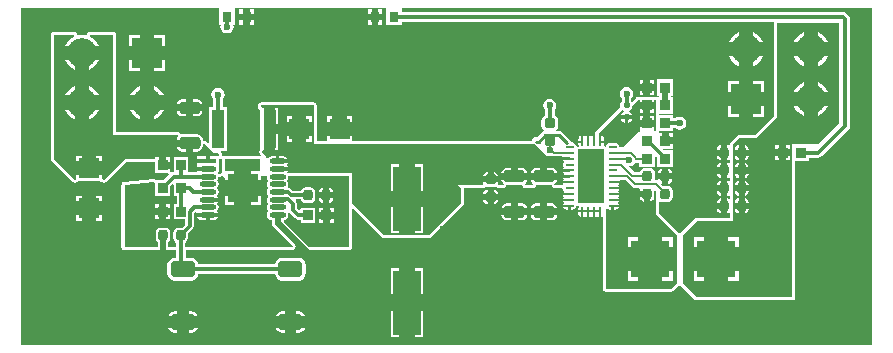
<source format=gtl>
G04*
G04 #@! TF.GenerationSoftware,Altium Limited,Altium Designer,19.1.6 (110)*
G04*
G04 Layer_Physical_Order=1*
G04 Layer_Color=255*
%FSLAX43Y43*%
%MOMM*%
G71*
G01*
G75*
%ADD11C,0.200*%
%ADD12C,0.254*%
%ADD33R,2.200X4.600*%
%ADD34O,0.250X0.700*%
%ADD35O,0.700X0.250*%
%ADD36R,3.200X3.150*%
G04:AMPARAMS|DCode=37|XSize=0.9mm|YSize=0.8mm|CornerRadius=0.2mm|HoleSize=0mm|Usage=FLASHONLY|Rotation=0.000|XOffset=0mm|YOffset=0mm|HoleType=Round|Shape=RoundedRectangle|*
%AMROUNDEDRECTD37*
21,1,0.900,0.400,0,0,0.0*
21,1,0.500,0.800,0,0,0.0*
1,1,0.400,0.250,-0.200*
1,1,0.400,-0.250,-0.200*
1,1,0.400,-0.250,0.200*
1,1,0.400,0.250,0.200*
%
%ADD37ROUNDEDRECTD37*%
%ADD38R,0.850X0.900*%
%ADD39R,0.800X0.950*%
G04:AMPARAMS|DCode=40|XSize=0.9mm|YSize=0.8mm|CornerRadius=0.2mm|HoleSize=0mm|Usage=FLASHONLY|Rotation=90.000|XOffset=0mm|YOffset=0mm|HoleType=Round|Shape=RoundedRectangle|*
%AMROUNDEDRECTD40*
21,1,0.900,0.400,0,0,90.0*
21,1,0.500,0.800,0,0,90.0*
1,1,0.400,0.200,0.250*
1,1,0.400,0.200,-0.250*
1,1,0.400,-0.200,-0.250*
1,1,0.400,-0.200,0.250*
%
%ADD40ROUNDEDRECTD40*%
G04:AMPARAMS|DCode=41|XSize=1.8mm|YSize=1mm|CornerRadius=0.25mm|HoleSize=0mm|Usage=FLASHONLY|Rotation=0.000|XOffset=0mm|YOffset=0mm|HoleType=Round|Shape=RoundedRectangle|*
%AMROUNDEDRECTD41*
21,1,1.800,0.500,0,0,0.0*
21,1,1.300,1.000,0,0,0.0*
1,1,0.500,0.650,-0.250*
1,1,0.500,-0.650,-0.250*
1,1,0.500,-0.650,0.250*
1,1,0.500,0.650,0.250*
%
%ADD41ROUNDEDRECTD41*%
G04:AMPARAMS|DCode=42|XSize=0.5mm|YSize=0.5mm|CornerRadius=0.125mm|HoleSize=0mm|Usage=FLASHONLY|Rotation=180.000|XOffset=0mm|YOffset=0mm|HoleType=Round|Shape=RoundedRectangle|*
%AMROUNDEDRECTD42*
21,1,0.500,0.250,0,0,180.0*
21,1,0.250,0.500,0,0,180.0*
1,1,0.250,-0.125,0.125*
1,1,0.250,0.125,0.125*
1,1,0.250,0.125,-0.125*
1,1,0.250,-0.125,-0.125*
%
%ADD42ROUNDEDRECTD42*%
%ADD43R,1.800X1.700*%
G04:AMPARAMS|DCode=44|XSize=2.1mm|YSize=1.4mm|CornerRadius=0.35mm|HoleSize=0mm|Usage=FLASHONLY|Rotation=0.000|XOffset=0mm|YOffset=0mm|HoleType=Round|Shape=RoundedRectangle|*
%AMROUNDEDRECTD44*
21,1,2.100,0.700,0,0,0.0*
21,1,1.400,1.400,0,0,0.0*
1,1,0.700,0.700,-0.350*
1,1,0.700,-0.700,-0.350*
1,1,0.700,-0.700,0.350*
1,1,0.700,0.700,0.350*
%
%ADD44ROUNDEDRECTD44*%
%ADD45R,2.660X2.460*%
%ADD46O,1.400X0.450*%
%ADD47R,1.400X0.450*%
%ADD48R,2.350X5.450*%
%ADD49R,1.050X3.200*%
%ADD50R,1.700X1.800*%
%ADD51C,0.300*%
%ADD52C,0.500*%
%ADD53C,2.500*%
%ADD54R,2.500X2.500*%
%ADD55C,0.600*%
G36*
X122245Y50255D02*
X50255D01*
Y78745D01*
X122245D01*
Y50255D01*
D02*
G37*
%LPC*%
G36*
X80775Y78675D02*
X80440D01*
Y78265D01*
X80775D01*
Y78675D01*
D02*
G37*
G36*
X79910D02*
X79575D01*
Y78265D01*
X79910D01*
Y78675D01*
D02*
G37*
G36*
X69925D02*
X69590D01*
Y78265D01*
X69925D01*
Y78675D01*
D02*
G37*
G36*
X69060D02*
X68725D01*
Y78265D01*
X69060D01*
Y78675D01*
D02*
G37*
G36*
X80775Y77735D02*
X80440D01*
Y77325D01*
X80775D01*
Y77735D01*
D02*
G37*
G36*
X79910D02*
X79575D01*
Y77325D01*
X79910D01*
Y77735D01*
D02*
G37*
G36*
X69925Y77735D02*
X69590D01*
Y77325D01*
X69925D01*
Y77735D01*
D02*
G37*
G36*
X69060D02*
X68725D01*
Y77325D01*
X69060D01*
Y77735D01*
D02*
G37*
G36*
X68329Y78729D02*
X67021D01*
Y77271D01*
X67129D01*
X67110Y77175D01*
X67153Y76959D01*
X67276Y76776D01*
X67459Y76653D01*
X67675Y76610D01*
X67891Y76653D01*
X68074Y76776D01*
X68197Y76959D01*
X68240Y77175D01*
X68221Y77271D01*
X68329D01*
Y78729D01*
D02*
G37*
G36*
X112200Y76687D02*
Y75850D01*
X113037D01*
X112895Y76115D01*
X112701Y76351D01*
X112465Y76545D01*
X112200Y76687D01*
D02*
G37*
G36*
X111000Y76687D02*
X110735Y76545D01*
X110499Y76351D01*
X110305Y76115D01*
X110163Y75850D01*
X111000D01*
Y76687D01*
D02*
G37*
G36*
X62450Y76500D02*
X61500D01*
Y75550D01*
X62450D01*
Y76500D01*
D02*
G37*
G36*
X60300D02*
X59350D01*
Y75550D01*
X60300D01*
Y76500D01*
D02*
G37*
G36*
X113037Y74650D02*
X112200D01*
Y73813D01*
X112465Y73955D01*
X112701Y74149D01*
X112895Y74385D01*
X113037Y74650D01*
D02*
G37*
G36*
X111000D02*
X110163D01*
X110305Y74385D01*
X110499Y74149D01*
X110735Y73955D01*
X111000Y73813D01*
Y74650D01*
D02*
G37*
G36*
X62450Y74350D02*
X61500D01*
Y73400D01*
X62450D01*
Y74350D01*
D02*
G37*
G36*
X60300D02*
X59350D01*
Y73400D01*
X60300D01*
Y74350D01*
D02*
G37*
G36*
X103850Y72650D02*
X103525D01*
Y72300D01*
X103850D01*
Y72650D01*
D02*
G37*
G36*
X102925D02*
X102600D01*
Y72300D01*
X102925D01*
Y72650D01*
D02*
G37*
G36*
X113150Y72600D02*
X112200D01*
Y71650D01*
X113150D01*
Y72600D01*
D02*
G37*
G36*
X111000D02*
X110050D01*
Y71650D01*
X111000D01*
Y72600D01*
D02*
G37*
G36*
X61500Y72187D02*
Y71350D01*
X62337D01*
X62195Y71615D01*
X62001Y71851D01*
X61765Y72045D01*
X61500Y72187D01*
D02*
G37*
G36*
X103850Y71700D02*
X103525D01*
Y71350D01*
X103850D01*
Y71700D01*
D02*
G37*
G36*
X102925D02*
X102600D01*
Y71350D01*
X102925D01*
Y71700D01*
D02*
G37*
G36*
X60300Y72187D02*
X60035Y72045D01*
X59799Y71851D01*
X59605Y71615D01*
X59463Y71350D01*
X60300D01*
Y72187D01*
D02*
G37*
G36*
X65150Y71009D02*
X64800D01*
Y70600D01*
X65599D01*
X65574Y70726D01*
X65474Y70874D01*
X65326Y70974D01*
X65150Y71009D01*
D02*
G37*
G36*
X64200D02*
X63850D01*
X63674Y70974D01*
X63526Y70874D01*
X63426Y70726D01*
X63401Y70600D01*
X64200D01*
Y71009D01*
D02*
G37*
G36*
X65599Y70000D02*
X64800D01*
Y69591D01*
X65150D01*
X65326Y69626D01*
X65474Y69726D01*
X65574Y69874D01*
X65599Y70000D01*
D02*
G37*
G36*
X64200D02*
X63401D01*
X63426Y69874D01*
X63526Y69726D01*
X63674Y69626D01*
X63850Y69591D01*
X64200D01*
Y70000D01*
D02*
G37*
G36*
X113150Y70450D02*
X112200D01*
Y69500D01*
X113150D01*
Y70450D01*
D02*
G37*
G36*
X111000D02*
X110050D01*
Y69500D01*
X111000D01*
Y70450D01*
D02*
G37*
G36*
X60300Y70150D02*
X59463D01*
X59605Y69885D01*
X59799Y69649D01*
X60035Y69455D01*
X60300Y69313D01*
Y70150D01*
D02*
G37*
G36*
X62337D02*
X61500D01*
Y69313D01*
X61765Y69455D01*
X62001Y69649D01*
X62195Y69885D01*
X62337Y70150D01*
D02*
G37*
G36*
X78250Y69600D02*
X77800D01*
Y69100D01*
X78250D01*
Y69600D01*
D02*
G37*
G36*
X76600D02*
X76150D01*
Y69100D01*
X76600D01*
Y69600D01*
D02*
G37*
G36*
X82479Y78729D02*
X81171D01*
Y77271D01*
X82479D01*
Y77588D01*
X114009D01*
X113991Y77500D01*
Y69607D01*
X112393Y68009D01*
X111000D01*
X110901Y67989D01*
X110817Y67933D01*
X110317Y67433D01*
X110261Y67349D01*
X110241Y67250D01*
Y67034D01*
X110238Y67038D01*
X110106Y67127D01*
X110015Y67145D01*
Y66500D01*
Y65855D01*
X110106Y65873D01*
X110238Y65962D01*
X110241Y65966D01*
Y65534D01*
X110238Y65538D01*
X110106Y65627D01*
X110015Y65645D01*
Y65000D01*
Y64355D01*
X110106Y64373D01*
X110238Y64462D01*
X110241Y64466D01*
Y64034D01*
X110238Y64038D01*
X110106Y64127D01*
X110015Y64145D01*
Y63500D01*
Y62855D01*
X110106Y62873D01*
X110238Y62962D01*
X110241Y62966D01*
Y62534D01*
X110238Y62538D01*
X110106Y62627D01*
X110015Y62645D01*
Y62000D01*
Y61355D01*
X110106Y61373D01*
X110238Y61462D01*
X110241Y61466D01*
Y61009D01*
X107500D01*
X107401Y60989D01*
X107317Y60933D01*
X106067Y59683D01*
X106011Y59599D01*
X106000Y59545D01*
X105989Y59599D01*
X105933Y59683D01*
X104259Y61357D01*
Y62399D01*
X104373Y62323D01*
X104550Y62287D01*
X104950D01*
X105127Y62323D01*
X105277Y62423D01*
X105378Y62573D01*
X105413Y62750D01*
Y63250D01*
X105378Y63427D01*
X105277Y63577D01*
X105127Y63678D01*
X104950Y63713D01*
X104598D01*
X104448Y63863D01*
X104485Y63855D01*
Y64235D01*
X104145D01*
X104168Y64122D01*
X104113Y64158D01*
X103975Y64186D01*
X103900D01*
X103913Y64250D01*
Y64750D01*
X103878Y64927D01*
X103777Y65077D01*
X103627Y65178D01*
X103450Y65213D01*
X103050D01*
X102873Y65178D01*
X102723Y65077D01*
X102622Y64927D01*
X102609Y64861D01*
X102150D01*
X101669Y65341D01*
X101700Y65335D01*
X101916Y65378D01*
X102099Y65501D01*
X102210Y65665D01*
X102342Y65639D01*
X102546D01*
Y65296D01*
X103904D01*
Y66313D01*
X104096Y66121D01*
Y65296D01*
X105454D01*
Y66704D01*
X104679D01*
X104533Y66850D01*
X105400D01*
Y67200D01*
X104775D01*
Y67500D01*
X104475D01*
Y68150D01*
X104161D01*
X104163Y68151D01*
X104172Y68162D01*
X104183Y68169D01*
X104204Y68200D01*
X104228Y68229D01*
X104232Y68242D01*
X104239Y68253D01*
X104247Y68290D01*
X104248Y68296D01*
X105454D01*
Y68588D01*
X105619D01*
X105784Y68478D01*
X106000Y68435D01*
X106216Y68478D01*
X106399Y68601D01*
X106522Y68784D01*
X106565Y69000D01*
X106522Y69216D01*
X106399Y69399D01*
X106216Y69522D01*
X106000Y69565D01*
X105784Y69522D01*
X105619Y69412D01*
X105454D01*
Y69704D01*
X104259D01*
Y69796D01*
X105454D01*
Y71204D01*
X105289D01*
Y71296D01*
X105454D01*
Y72704D01*
X104096D01*
Y71296D01*
X104261D01*
Y71204D01*
X104152D01*
X104099Y71239D01*
X104000Y71259D01*
X103850D01*
X103751Y71239D01*
X103698Y71204D01*
X102604D01*
X102548Y71221D01*
X102510Y71225D01*
X102473Y71232D01*
X102460Y71229D01*
X102447Y71231D01*
X102411Y71220D01*
X102374Y71212D01*
X102363Y71205D01*
X102350Y71201D01*
X102321Y71177D01*
X102290Y71156D01*
X101952Y70818D01*
X101912Y70878D01*
Y71119D01*
X102022Y71284D01*
X102065Y71500D01*
X102022Y71716D01*
X101899Y71899D01*
X101716Y72022D01*
X101500Y72065D01*
X101284Y72022D01*
X101101Y71899D01*
X100978Y71716D01*
X100935Y71500D01*
X100978Y71284D01*
X101088Y71119D01*
Y70878D01*
X101018Y70773D01*
X100989Y70625D01*
Y70375D01*
X100993Y70352D01*
X100985Y70344D01*
X100971Y70336D01*
X100965Y70329D01*
X100958Y70324D01*
X98930Y68296D01*
X98920Y68282D01*
X98907Y68270D01*
X98892Y68240D01*
X98873Y68212D01*
X98870Y68195D01*
X98863Y68180D01*
X98860Y68146D01*
X98854Y68113D01*
X98857Y68096D01*
X98856Y68079D01*
X98860Y68051D01*
D01*
D01*
X98860Y68050D01*
X98876Y68003D01*
X98891Y67958D01*
Y67947D01*
X98877Y67956D01*
X98850Y67961D01*
Y67425D01*
X98650D01*
Y67961D01*
X98623Y67956D01*
X98516Y67884D01*
X98500Y67861D01*
X98484Y67884D01*
X98377Y67956D01*
X98350Y67961D01*
Y67425D01*
X98150D01*
Y67961D01*
X98123Y67956D01*
X98016Y67884D01*
X98000Y67861D01*
X97984Y67884D01*
X97877Y67956D01*
X97850Y67961D01*
Y67425D01*
X97750D01*
Y67325D01*
X97419D01*
Y67200D01*
X97444Y67073D01*
X97493Y67000D01*
X97286D01*
X97257Y67148D01*
X97173Y67273D01*
X97048Y67357D01*
X96900Y67386D01*
X96828D01*
X96809Y67480D01*
X96725Y67606D01*
X96068Y68263D01*
X95942Y68347D01*
X95793Y68377D01*
X95434D01*
X95577Y68473D01*
X95677Y68623D01*
X95713Y68800D01*
Y69200D01*
X95677Y69377D01*
X95577Y69527D01*
X95427Y69628D01*
X95412Y69631D01*
Y70119D01*
X95522Y70284D01*
X95565Y70500D01*
X95522Y70716D01*
X95399Y70899D01*
X95216Y71022D01*
X95000Y71065D01*
X94784Y71022D01*
X94601Y70899D01*
X94478Y70716D01*
X94435Y70500D01*
X94478Y70284D01*
X94588Y70119D01*
Y69631D01*
X94573Y69628D01*
X94423Y69527D01*
X94322Y69377D01*
X94287Y69200D01*
Y68800D01*
X94322Y68623D01*
X94423Y68473D01*
X94573Y68372D01*
X94584Y68370D01*
X94470Y68347D01*
X94344Y68263D01*
X93908Y67827D01*
X93828D01*
X93679Y67797D01*
X93553Y67713D01*
X93469Y67587D01*
X93454Y67509D01*
X78250D01*
Y67900D01*
X77200D01*
Y68500D01*
D01*
Y67900D01*
X76150D01*
Y67509D01*
X75259D01*
Y70500D01*
X75239Y70599D01*
X75183Y70683D01*
X75099Y70739D01*
X75000Y70759D01*
X70571D01*
X70524Y70750D01*
X70477Y70741D01*
X70475Y70740D01*
X70472Y70739D01*
X70432Y70713D01*
X70392Y70687D01*
X70390Y70685D01*
X70388Y70683D01*
X70362Y70643D01*
X70334Y70604D01*
X70300Y70526D01*
X70295Y70505D01*
X70286Y70486D01*
X70284Y70456D01*
X70278Y70427D01*
X70282Y70406D01*
X70281Y70385D01*
X70291Y70357D01*
X70296Y70327D01*
X70307Y70310D01*
X70314Y70290D01*
X70386Y70168D01*
X70408Y70144D01*
X70426Y70117D01*
X70441Y70107D01*
X70454Y70093D01*
X70483Y70079D01*
X70496Y70070D01*
Y66828D01*
X70477Y66799D01*
X70477Y66799D01*
X70428Y66682D01*
X70428Y66682D01*
X70415Y66616D01*
X70408Y66583D01*
Y66583D01*
Y66583D01*
X70415Y66550D01*
X70428Y66484D01*
X70484Y66400D01*
X70484D01*
Y66400D01*
X70741Y66143D01*
Y66090D01*
X70739Y66099D01*
X70683Y66183D01*
X70599Y66239D01*
X70500Y66259D01*
X67500D01*
X67401Y66239D01*
X67317Y66183D01*
X67261Y66099D01*
X67241Y66000D01*
Y64930D01*
X67261Y64831D01*
X67317Y64747D01*
X67320Y64745D01*
X66941Y64714D01*
X66884Y64800D01*
X66976Y64938D01*
X67013Y65125D01*
X66979Y65296D01*
X67004D01*
Y65951D01*
X67038Y65956D01*
X67043Y65960D01*
X67049Y65961D01*
X67086Y65985D01*
X67124Y66008D01*
X67128Y66013D01*
X67133Y66017D01*
X67158Y66054D01*
X67184Y66090D01*
X67234Y66196D01*
X67236Y66202D01*
X67239Y66207D01*
X67248Y66251D01*
X67259Y66294D01*
X67258Y66300D01*
X67259Y66306D01*
Y66410D01*
X67239Y66509D01*
X67183Y66593D01*
X67130Y66646D01*
X67704D01*
Y70354D01*
X67337D01*
Y71044D01*
X67447Y71209D01*
X67490Y71425D01*
X67447Y71641D01*
X67324Y71824D01*
X67141Y71947D01*
X66925Y71990D01*
X66709Y71947D01*
X66526Y71824D01*
X66403Y71641D01*
X66360Y71425D01*
X66403Y71209D01*
X66513Y71044D01*
Y70354D01*
X66146D01*
Y67220D01*
X65909Y67457D01*
X65909D01*
Y67457D01*
X65893Y67468D01*
X65825Y67513D01*
X65726Y67533D01*
X65726D01*
X65726D01*
X65687Y67525D01*
X65664Y67520D01*
Y67550D01*
X65625Y67747D01*
X65513Y67913D01*
X65347Y68025D01*
X65150Y68064D01*
X63850D01*
X63743Y68043D01*
X63731Y68080D01*
X63726Y68089D01*
X63724Y68099D01*
X63702Y68133D01*
X63682Y68168D01*
X63674Y68174D01*
X63668Y68183D01*
X63634Y68206D01*
X63603Y68231D01*
X63593Y68233D01*
X63584Y68239D01*
X63544Y68247D01*
X63505Y68258D01*
X63495Y68257D01*
X63485Y68259D01*
X58259D01*
Y76500D01*
X58239Y76599D01*
X58183Y76683D01*
X58099Y76739D01*
X58000Y76759D01*
X56058D01*
X56039Y76755D01*
X56020Y76756D01*
X55990Y76745D01*
X55959Y76739D01*
X55943Y76729D01*
X55925Y76722D01*
X55901Y76701D01*
X55875Y76683D01*
X55864Y76667D01*
X55850Y76654D01*
X55836Y76626D01*
X55818Y76599D01*
X55815Y76580D01*
X55806Y76563D01*
X55775Y76436D01*
X55774Y76417D01*
X55771Y76409D01*
X55695Y76432D01*
X55400Y76461D01*
X55105Y76432D01*
X55029Y76409D01*
X55026Y76417D01*
X55025Y76436D01*
X54994Y76563D01*
X54985Y76580D01*
X54982Y76599D01*
X54964Y76626D01*
X54950Y76654D01*
X54936Y76667D01*
X54925Y76683D01*
X54899Y76701D01*
X54875Y76722D01*
X54857Y76729D01*
X54841Y76739D01*
X54810Y76745D01*
X54780Y76756D01*
X54761Y76755D01*
X54742Y76759D01*
X53000D01*
X52901Y76739D01*
X52817Y76683D01*
X52761Y76599D01*
X52741Y76500D01*
Y66000D01*
X52761Y65901D01*
X52817Y65817D01*
X54590Y64044D01*
X54674Y63988D01*
X54773Y63968D01*
X54872Y63988D01*
X54999Y64040D01*
X55082Y64096D01*
X56918D01*
X57001Y64040D01*
X57128Y63988D01*
X57227Y63968D01*
X57227D01*
D01*
X57326Y63988D01*
X57410Y64044D01*
X58683Y65317D01*
X59107Y65741D01*
X61473Y65741D01*
X61483Y65743D01*
X61494Y65742D01*
X61533Y65753D01*
X61546Y65756D01*
Y64746D01*
X62647D01*
X62648Y64745D01*
X62667Y64717D01*
X62667D01*
Y64717D01*
X62695Y64698D01*
X62751Y64661D01*
X62774Y64656D01*
X62321Y64204D01*
X61663D01*
X61625Y64225D01*
X61586Y64249D01*
X61581Y64250D01*
X61576Y64252D01*
X61531Y64257D01*
X61486Y64264D01*
X61481Y64263D01*
X61476Y64264D01*
X58979Y64058D01*
X58940Y64047D01*
X58901Y64039D01*
X58892Y64033D01*
X58882Y64030D01*
X58850Y64005D01*
X58817Y63983D01*
X58811Y63974D01*
X58802Y63967D01*
X58783Y63932D01*
X58761Y63899D01*
X58759Y63889D01*
X58753Y63879D01*
X58749Y63839D01*
X58741Y63800D01*
Y58500D01*
X58761Y58401D01*
X58817Y58317D01*
X58901Y58261D01*
X59000Y58241D01*
X61791D01*
X61890Y58261D01*
X61974Y58317D01*
X62030Y58401D01*
X62050Y58500D01*
Y58842D01*
X62450D01*
Y58500D01*
X62470Y58401D01*
X62526Y58317D01*
X62610Y58261D01*
X62709Y58241D01*
X63338D01*
Y57606D01*
X63250D01*
X63014Y57559D01*
X62815Y57425D01*
X62681Y57226D01*
X62634Y56990D01*
Y56290D01*
X62681Y56054D01*
X62815Y55855D01*
X63014Y55721D01*
X63250Y55674D01*
X64650D01*
X64886Y55721D01*
X65085Y55855D01*
X65219Y56054D01*
X65254Y56228D01*
X71746D01*
X71781Y56054D01*
X71915Y55855D01*
X72114Y55721D01*
X72350Y55674D01*
X73750D01*
X73986Y55721D01*
X74185Y55855D01*
X74319Y56054D01*
X74366Y56290D01*
Y56990D01*
X74319Y57226D01*
X74185Y57425D01*
X73986Y57559D01*
X73750Y57606D01*
X72350D01*
X72114Y57559D01*
X71915Y57425D01*
X71781Y57226D01*
X71746Y57052D01*
X65254D01*
X65219Y57226D01*
X65085Y57425D01*
X64886Y57559D01*
X64650Y57606D01*
X64162D01*
Y58241D01*
X73168D01*
X73267Y58261D01*
X73351Y58317D01*
X73407Y58401D01*
X73461Y58530D01*
X73481Y58629D01*
X73461Y58728D01*
X73405Y58812D01*
X71827Y60391D01*
X71770Y60475D01*
X71750Y60576D01*
Y60792D01*
X71785D01*
Y61225D01*
X72115D01*
Y60792D01*
X72256D01*
X72240Y60737D01*
X72236Y60699D01*
X72229Y60661D01*
X72231Y60649D01*
X72230Y60636D01*
X72241Y60600D01*
X72248Y60562D01*
X72255Y60552D01*
X72259Y60539D01*
X72283Y60510D01*
X72304Y60478D01*
X74466Y58317D01*
X74550Y58261D01*
X74649Y58241D01*
X78000D01*
X78099Y58261D01*
X78183Y58317D01*
X78239Y58401D01*
X78259Y58500D01*
Y61875D01*
X80817Y59317D01*
X80901Y59261D01*
X81000Y59241D01*
X84750D01*
X84849Y59261D01*
X84933Y59317D01*
X87683Y62067D01*
X87739Y62151D01*
X87759Y62250D01*
Y63491D01*
X89317D01*
X89354Y63498D01*
X89392Y63502D01*
X89403Y63508D01*
X89416Y63511D01*
X89447Y63532D01*
X89481Y63550D01*
X89489Y63560D01*
X89500Y63567D01*
X89521Y63599D01*
X89545Y63628D01*
X89550Y63638D01*
X89573Y63622D01*
X89750Y63587D01*
X90250D01*
X90427Y63622D01*
X90450Y63638D01*
X90455Y63628D01*
X90479Y63599D01*
X90500Y63567D01*
X90511Y63560D01*
X90519Y63550D01*
X90553Y63532D01*
X90584Y63511D01*
X90597Y63508D01*
X90608Y63502D01*
X90646Y63498D01*
X90683Y63491D01*
X91060D01*
X91072Y63494D01*
X91085Y63492D01*
X91122Y63503D01*
X91159Y63511D01*
X91170Y63518D01*
X91182Y63522D01*
X91211Y63546D01*
X91243Y63567D01*
X91250Y63578D01*
X91260Y63586D01*
X91278Y63619D01*
X91299Y63651D01*
X91302Y63663D01*
X91308Y63675D01*
X91328Y63741D01*
X91350Y63736D01*
X92650D01*
X92672Y63741D01*
X92692Y63675D01*
X92699Y63663D01*
X92701Y63651D01*
X92722Y63619D01*
X92740Y63586D01*
X92750Y63578D01*
X92757Y63567D01*
X92789Y63546D01*
X92818Y63522D01*
X92830Y63518D01*
X92841Y63511D01*
X92878Y63503D01*
X92915Y63492D01*
X92928Y63494D01*
X92940Y63491D01*
X93560D01*
X93572Y63494D01*
X93585Y63492D01*
X93622Y63503D01*
X93659Y63511D01*
X93670Y63518D01*
X93682Y63522D01*
X93711Y63546D01*
X93743Y63567D01*
X93750Y63578D01*
X93760Y63586D01*
X93778Y63619D01*
X93799Y63651D01*
X93802Y63663D01*
X93808Y63675D01*
X93828Y63741D01*
X93850Y63736D01*
X95150D01*
X95172Y63741D01*
X95192Y63675D01*
X95199Y63663D01*
X95201Y63651D01*
X95222Y63619D01*
X95240Y63586D01*
X95250Y63578D01*
X95257Y63567D01*
X95289Y63546D01*
X95318Y63522D01*
X95330Y63518D01*
X95341Y63511D01*
X95378Y63503D01*
X95415Y63492D01*
X95428Y63494D01*
X95440Y63491D01*
X96065D01*
X96093Y63352D01*
X96177Y63227D01*
X96200Y63211D01*
X96144Y63127D01*
X96139Y63100D01*
X96675D01*
Y62900D01*
X96139D01*
X96144Y62873D01*
X96216Y62766D01*
X96239Y62750D01*
X96216Y62734D01*
X96144Y62627D01*
X96139Y62600D01*
X96675D01*
Y62400D01*
X96139D01*
X96144Y62373D01*
X96216Y62266D01*
X96239Y62250D01*
X96216Y62234D01*
X96144Y62127D01*
X96139Y62100D01*
X96675D01*
Y62000D01*
X96775D01*
Y61669D01*
X96900D01*
X97027Y61694D01*
X97134Y61766D01*
X97206Y61873D01*
X97231Y62000D01*
X97493D01*
X97444Y61927D01*
X97419Y61800D01*
Y61675D01*
X97750D01*
Y61575D01*
X97850D01*
Y61039D01*
X97877Y61044D01*
X97984Y61116D01*
X98000Y61139D01*
X98016Y61116D01*
X98123Y61044D01*
X98150Y61039D01*
Y61575D01*
X98350D01*
Y61039D01*
X98377Y61044D01*
X98484Y61116D01*
X98500Y61139D01*
X98516Y61116D01*
X98623Y61044D01*
X98650Y61039D01*
Y61575D01*
X98850D01*
Y61039D01*
X98877Y61044D01*
X98984Y61116D01*
X99000Y61139D01*
X99016Y61116D01*
X99123Y61044D01*
X99150Y61039D01*
Y61575D01*
X99350D01*
Y61039D01*
X99377Y61044D01*
X99484Y61116D01*
X99491Y61126D01*
Y55000D01*
X99511Y54901D01*
X99567Y54817D01*
X99651Y54761D01*
X99750Y54741D01*
X105250D01*
X105349Y54761D01*
X105433Y54817D01*
X105933Y55317D01*
X105989Y55401D01*
X106000Y55455D01*
X106011Y55401D01*
X106067Y55317D01*
X107317Y54067D01*
X107401Y54011D01*
X107500Y53991D01*
X115500D01*
X115599Y54011D01*
X115683Y54067D01*
X115739Y54151D01*
X115759Y54250D01*
Y65796D01*
X116954D01*
Y66088D01*
X117750D01*
X117908Y66119D01*
X118041Y66209D01*
X120291Y68459D01*
X120381Y68592D01*
X120412Y68750D01*
Y77824D01*
X120381Y77982D01*
X120291Y78116D01*
X120116Y78291D01*
X119982Y78381D01*
X119824Y78412D01*
X119500D01*
X119500Y78412D01*
X82479D01*
Y78729D01*
D02*
G37*
G36*
X105400Y68150D02*
X105075D01*
Y67800D01*
X105400D01*
Y68150D01*
D02*
G37*
G36*
X97650Y67961D02*
X97623Y67956D01*
X97516Y67884D01*
X97444Y67777D01*
X97419Y67650D01*
Y67525D01*
X97650D01*
Y67961D01*
D02*
G37*
G36*
X109485Y67145D02*
X109394Y67127D01*
X109262Y67038D01*
X109173Y66906D01*
X109145Y66765D01*
X109485D01*
Y67145D01*
D02*
G37*
G36*
Y66235D02*
X109145D01*
X109173Y66094D01*
X109262Y65962D01*
X109394Y65873D01*
X109485Y65855D01*
Y66235D01*
D02*
G37*
G36*
Y65645D02*
X109394Y65627D01*
X109262Y65538D01*
X109173Y65406D01*
X109145Y65265D01*
X109485D01*
Y65645D01*
D02*
G37*
G36*
X105015Y65145D02*
Y64765D01*
X105355D01*
X105327Y64906D01*
X105238Y65039D01*
X105106Y65127D01*
X105015Y65145D01*
D02*
G37*
G36*
X104485D02*
X104394Y65127D01*
X104262Y65039D01*
X104173Y64906D01*
X104145Y64765D01*
X104485D01*
Y65145D01*
D02*
G37*
G36*
X109485Y64735D02*
X109145D01*
X109173Y64594D01*
X109262Y64462D01*
X109394Y64373D01*
X109485Y64355D01*
Y64735D01*
D02*
G37*
G36*
X105355Y64235D02*
X105015D01*
Y63855D01*
X105106Y63873D01*
X105238Y63962D01*
X105327Y64094D01*
X105355Y64235D01*
D02*
G37*
G36*
X109485Y64145D02*
X109394Y64127D01*
X109262Y64038D01*
X109173Y63906D01*
X109145Y63765D01*
X109485D01*
Y64145D01*
D02*
G37*
G36*
X90265Y63355D02*
Y63015D01*
X90645D01*
X90627Y63106D01*
X90539Y63238D01*
X90406Y63327D01*
X90265Y63355D01*
D02*
G37*
G36*
X89735D02*
X89594Y63327D01*
X89462Y63238D01*
X89373Y63106D01*
X89355Y63015D01*
X89735D01*
Y63355D01*
D02*
G37*
G36*
X109485Y63235D02*
X109145D01*
X109173Y63094D01*
X109262Y62962D01*
X109394Y62873D01*
X109485Y62855D01*
Y63235D01*
D02*
G37*
G36*
X57100Y62850D02*
X56600D01*
Y62400D01*
X57100D01*
Y62850D01*
D02*
G37*
G36*
X55400D02*
X54900D01*
Y62400D01*
X55400D01*
Y62850D01*
D02*
G37*
G36*
X109485Y62645D02*
X109394Y62627D01*
X109262Y62538D01*
X109173Y62406D01*
X109145Y62265D01*
X109485D01*
Y62645D01*
D02*
G37*
G36*
X90645Y62485D02*
X90265D01*
Y62145D01*
X90406Y62173D01*
X90539Y62262D01*
X90627Y62394D01*
X90645Y62485D01*
D02*
G37*
G36*
X89735D02*
X89355D01*
X89373Y62394D01*
X89462Y62262D01*
X89594Y62173D01*
X89735Y62145D01*
Y62485D01*
D02*
G37*
G36*
X95150Y62209D02*
X94800D01*
Y61800D01*
X95599D01*
X95574Y61926D01*
X95474Y62074D01*
X95326Y62174D01*
X95150Y62209D01*
D02*
G37*
G36*
X94200D02*
X93850D01*
X93674Y62174D01*
X93526Y62074D01*
X93426Y61926D01*
X93401Y61800D01*
X94200D01*
Y62209D01*
D02*
G37*
G36*
X92650D02*
X92300D01*
Y61800D01*
X93099D01*
X93074Y61926D01*
X92974Y62074D01*
X92826Y62174D01*
X92650Y62209D01*
D02*
G37*
G36*
X91700D02*
X91350D01*
X91174Y62174D01*
X91026Y62074D01*
X90926Y61926D01*
X90901Y61800D01*
X91700D01*
Y62209D01*
D02*
G37*
G36*
X96575Y61900D02*
X96139D01*
X96144Y61873D01*
X96216Y61766D01*
X96323Y61694D01*
X96450Y61669D01*
X96575D01*
Y61900D01*
D02*
G37*
G36*
X109485Y61735D02*
X109145D01*
X109173Y61594D01*
X109262Y61462D01*
X109394Y61373D01*
X109485Y61355D01*
Y61735D01*
D02*
G37*
G36*
X97650Y61475D02*
X97419D01*
Y61350D01*
X97444Y61223D01*
X97516Y61116D01*
X97623Y61044D01*
X97650Y61039D01*
Y61475D01*
D02*
G37*
G36*
X95599Y61200D02*
X94800D01*
Y60791D01*
X95150D01*
X95326Y60826D01*
X95474Y60926D01*
X95574Y61074D01*
X95599Y61200D01*
D02*
G37*
G36*
X94200D02*
X93401D01*
X93426Y61074D01*
X93526Y60926D01*
X93674Y60826D01*
X93850Y60791D01*
X94200D01*
Y61200D01*
D02*
G37*
G36*
X93099D02*
X92300D01*
Y60791D01*
X92650D01*
X92826Y60826D01*
X92974Y60926D01*
X93074Y61074D01*
X93099Y61200D01*
D02*
G37*
G36*
X91700D02*
X90901D01*
X90926Y61074D01*
X91026Y60926D01*
X91174Y60826D01*
X91350Y60791D01*
X91700D01*
Y61200D01*
D02*
G37*
G36*
X57100Y61200D02*
X56600D01*
Y60750D01*
X57100D01*
Y61200D01*
D02*
G37*
G36*
X55400D02*
X54900D01*
Y60750D01*
X55400D01*
Y61200D01*
D02*
G37*
G36*
X84275Y56725D02*
X83600D01*
Y54500D01*
X84275D01*
Y56725D01*
D02*
G37*
G36*
X82200D02*
X81525D01*
Y54500D01*
X82200D01*
Y56725D01*
D02*
G37*
G36*
X73750Y53071D02*
X73550D01*
Y52660D01*
X74281D01*
X74268Y52725D01*
X74147Y52907D01*
X73965Y53028D01*
X73750Y53071D01*
D02*
G37*
G36*
X72550D02*
X72350D01*
X72135Y53028D01*
X71953Y52907D01*
X71832Y52725D01*
X71819Y52660D01*
X72550D01*
Y53071D01*
D02*
G37*
G36*
X64650D02*
X64450D01*
Y52660D01*
X65181D01*
X65168Y52725D01*
X65047Y52907D01*
X64865Y53028D01*
X64650Y53071D01*
D02*
G37*
G36*
X63450D02*
X63250D01*
X63035Y53028D01*
X62853Y52907D01*
X62732Y52725D01*
X62719Y52660D01*
X63450D01*
Y53071D01*
D02*
G37*
G36*
X74281Y51660D02*
X73550D01*
Y51249D01*
X73750D01*
X73965Y51292D01*
X74147Y51413D01*
X74268Y51595D01*
X74281Y51660D01*
D02*
G37*
G36*
X72550D02*
X71819D01*
X71832Y51595D01*
X71953Y51413D01*
X72135Y51292D01*
X72350Y51249D01*
X72550D01*
Y51660D01*
D02*
G37*
G36*
X65181D02*
X64450D01*
Y51249D01*
X64650D01*
X64865Y51292D01*
X65047Y51413D01*
X65168Y51595D01*
X65181Y51660D01*
D02*
G37*
G36*
X63450D02*
X62719D01*
X62732Y51595D01*
X62853Y51413D01*
X63035Y51292D01*
X63250Y51249D01*
X63450D01*
Y51660D01*
D02*
G37*
G36*
X84275Y53100D02*
X83600D01*
Y50875D01*
X84275D01*
Y53100D01*
D02*
G37*
G36*
X82200D02*
X81525D01*
Y50875D01*
X82200D01*
Y53100D01*
D02*
G37*
%LPD*%
G36*
X58000Y68000D02*
X63485D01*
X63526Y67874D01*
X63426Y67726D01*
X63401Y67600D01*
X64500D01*
Y67300D01*
X64800D01*
Y66591D01*
X65150D01*
X65326Y66626D01*
X65474Y66726D01*
X65574Y66874D01*
X65609Y67050D01*
Y67225D01*
X65726Y67274D01*
X66200Y66800D01*
Y66700D01*
X66300D01*
X66500Y66500D01*
X66910Y66500D01*
X67000Y66410D01*
Y66306D01*
X66950Y66200D01*
X66215D01*
Y65775D01*
X66050D01*
Y65610D01*
X65150D01*
Y65350D01*
X65150Y65350D01*
X65155Y65290D01*
X66050D01*
Y64960D01*
X65115D01*
X65073Y64900D01*
X64400D01*
Y66100D01*
X63150D01*
Y64900D01*
X62850Y64900D01*
Y65150D01*
X62225D01*
Y65450D01*
X61925D01*
Y66100D01*
X61600D01*
Y66065D01*
X61473Y66000D01*
X59000Y66000D01*
X58500Y65500D01*
X57227Y64227D01*
X57100Y64280D01*
Y64600D01*
X54900D01*
Y64280D01*
X54773Y64227D01*
X53000Y66000D01*
Y76500D01*
X54742D01*
X54774Y76373D01*
X54535Y76245D01*
X54299Y76051D01*
X54105Y75815D01*
X53963Y75550D01*
X55400D01*
X56837D01*
X56695Y75815D01*
X56501Y76051D01*
X56265Y76245D01*
X56026Y76373D01*
X56058Y76500D01*
X58000D01*
Y68000D01*
D02*
G37*
G36*
X104000Y68352D02*
X103975Y68345D01*
X103951Y68351D01*
X103850Y68440D01*
Y68700D01*
X103225D01*
X102600D01*
Y68377D01*
X102600Y68350D01*
X102535Y68250D01*
X102500D01*
X101250Y67000D01*
X100881D01*
X100856Y67127D01*
X100784Y67234D01*
X100677Y67306D01*
X100550Y67331D01*
X100100D01*
X99973Y67306D01*
X99866Y67234D01*
X99794Y67127D01*
X99769Y67000D01*
X99648D01*
X99567Y67127D01*
X99581Y67200D01*
Y67325D01*
X99250D01*
Y67425D01*
X99150D01*
Y68058D01*
X99117Y68084D01*
X99113Y68113D01*
X101141Y70141D01*
X101141Y70141D01*
X101248Y70069D01*
X101269Y70065D01*
Y69935D01*
X101248Y69931D01*
X101141Y69859D01*
X101069Y69752D01*
X101052Y69665D01*
X101500D01*
X101948D01*
X101931Y69752D01*
X101859Y69859D01*
X101752Y69931D01*
X101731Y69935D01*
Y70065D01*
X101752Y70069D01*
X101859Y70141D01*
X101931Y70248D01*
X101956Y70375D01*
Y70456D01*
X102473Y70973D01*
X102600Y70935D01*
Y70800D01*
X103225D01*
X103850D01*
Y71000D01*
X104000D01*
X104000Y68352D01*
D02*
G37*
G36*
X70500Y64930D02*
X69700D01*
Y64200D01*
X70530D01*
Y64500D01*
X71021D01*
X71042Y64475D01*
X71075Y64309D01*
X71169Y64169D01*
Y64131D01*
X71075Y63991D01*
X71042Y63825D01*
X71075Y63659D01*
X71169Y63519D01*
Y63481D01*
X71075Y63341D01*
X71042Y63175D01*
X71075Y63009D01*
X71108Y62959D01*
X71160Y62850D01*
X71108Y62741D01*
X71075Y62691D01*
X71042Y62525D01*
X71075Y62359D01*
X71169Y62219D01*
Y62181D01*
X71075Y62041D01*
X71042Y61875D01*
X71075Y61709D01*
X71169Y61569D01*
Y61531D01*
X71075Y61391D01*
X71042Y61225D01*
X71075Y61059D01*
X71169Y60919D01*
X71309Y60825D01*
X71475Y60792D01*
X71491D01*
Y60550D01*
X71526Y60374D01*
X71626Y60226D01*
X73222Y58629D01*
X73168Y58500D01*
X64107D01*
Y58874D01*
X64238Y58962D01*
X64327Y59094D01*
X64358Y59250D01*
Y59626D01*
X64752Y60021D01*
X64830Y60136D01*
X64857Y60273D01*
Y61352D01*
X64985Y61480D01*
X65078Y61470D01*
X65129Y61390D01*
X66050D01*
X66925D01*
X66925Y61391D01*
X66831Y61531D01*
Y61569D01*
X66925Y61709D01*
X66958Y61875D01*
X66925Y62041D01*
X66831Y62181D01*
Y62219D01*
X66925Y62359D01*
X66925Y62360D01*
X66050D01*
Y62690D01*
X66925D01*
X66925Y62691D01*
X66831Y62831D01*
Y62869D01*
X66925Y63009D01*
X66958Y63175D01*
X66925Y63341D01*
X66831Y63481D01*
Y63519D01*
X66925Y63659D01*
X66958Y63825D01*
X66925Y63991D01*
X66892Y64041D01*
X66840Y64150D01*
X66892Y64259D01*
X66925Y64309D01*
X66954Y64455D01*
X67367Y64489D01*
X67470Y64394D01*
Y64200D01*
X68300D01*
Y64930D01*
X67500D01*
Y66000D01*
X70500D01*
Y64930D01*
D02*
G37*
G36*
X75000Y67250D02*
X93750D01*
X94750Y66250D01*
X94951D01*
X95000Y66240D01*
X95049Y66250D01*
X95192D01*
X95241Y66217D01*
X95358Y66194D01*
X95358Y66194D01*
X96048D01*
X96110Y66100D01*
X96675D01*
Y65900D01*
X96139D01*
X96144Y65873D01*
X96216Y65766D01*
Y65734D01*
X96144Y65627D01*
X96119Y65500D01*
X96144Y65373D01*
X96160Y65350D01*
X96208Y65250D01*
X96160Y65150D01*
X96144Y65127D01*
X96139Y65100D01*
X96675D01*
Y64900D01*
X96139D01*
X96144Y64873D01*
X96216Y64766D01*
Y64734D01*
X96144Y64627D01*
X96139Y64600D01*
X96675D01*
Y64400D01*
X96139D01*
X96144Y64373D01*
X96216Y64266D01*
Y64234D01*
X96144Y64127D01*
X96139Y64100D01*
X96675D01*
Y63900D01*
X96139D01*
X96143Y63877D01*
X96144Y63873D01*
X96073Y63750D01*
X95440D01*
X95402Y63877D01*
X95474Y63926D01*
X95574Y64074D01*
X95599Y64200D01*
X93401D01*
X93426Y64074D01*
X93526Y63926D01*
X93598Y63877D01*
X93560Y63750D01*
X92940D01*
X92902Y63877D01*
X92974Y63926D01*
X93074Y64074D01*
X93099Y64200D01*
X90901D01*
X90926Y64074D01*
X91026Y63926D01*
X91098Y63877D01*
X91060Y63750D01*
X90683D01*
X90615Y63877D01*
X90627Y63894D01*
X90645Y63985D01*
X89355D01*
X89373Y63894D01*
X89385Y63877D01*
X89317Y63750D01*
X87250D01*
X87500Y63500D01*
Y62250D01*
X84750Y59500D01*
X81000D01*
X78250Y62250D01*
Y63750D01*
Y64750D01*
X72838D01*
X72770Y64877D01*
X72825Y64959D01*
X72826Y64960D01*
X71950D01*
Y65290D01*
X72826D01*
X72825Y65291D01*
X72731Y65431D01*
Y65469D01*
X72825Y65609D01*
X72826Y65610D01*
X71950D01*
Y65775D01*
X71785D01*
Y66208D01*
X71475D01*
X71309Y66175D01*
X71169Y66081D01*
X71127Y66019D01*
X71000Y66058D01*
Y66250D01*
X70667Y66583D01*
X70716Y66700D01*
X70845D01*
Y68500D01*
Y70300D01*
X70609D01*
X70537Y70422D01*
X70571Y70500D01*
X75000D01*
Y67250D01*
D02*
G37*
G36*
X78000Y58500D02*
X74649D01*
X72488Y60661D01*
X72534Y60813D01*
X72591Y60825D01*
X72731Y60919D01*
X72825Y61059D01*
X72858Y61225D01*
X72825Y61391D01*
X72798Y61432D01*
X72798Y61432D01*
X72966D01*
X72972Y61423D01*
X73448Y60948D01*
X73563Y60870D01*
X73700Y60843D01*
X73900D01*
Y60550D01*
X75150D01*
Y61850D01*
X73900D01*
Y61703D01*
X73760Y61645D01*
X73582Y61823D01*
Y62174D01*
X73554Y62311D01*
X73493Y62403D01*
X73535Y62543D01*
X73963D01*
X73973Y62494D01*
X74062Y62362D01*
X74194Y62273D01*
X74350Y62242D01*
X74750D01*
X74906Y62273D01*
X75038Y62362D01*
X75127Y62494D01*
X75158Y62650D01*
Y63150D01*
X75127Y63306D01*
X75038Y63438D01*
X74906Y63527D01*
X74750Y63558D01*
X74350D01*
X74194Y63527D01*
X74062Y63438D01*
X73973Y63306D01*
X73963Y63257D01*
X73248D01*
X73106Y63399D01*
X72990Y63476D01*
X72885Y63497D01*
X72833Y63578D01*
X72815Y63643D01*
X72825Y63659D01*
X72858Y63825D01*
X72825Y63991D01*
X72731Y64131D01*
Y64169D01*
X72825Y64309D01*
X72858Y64475D01*
X72879Y64500D01*
X78000D01*
Y58500D01*
D02*
G37*
G36*
X101999Y63609D02*
X102098Y63542D01*
X102215Y63519D01*
X102215Y63519D01*
X102231D01*
X102250Y63500D01*
X102595D01*
X102667Y63373D01*
X102645Y63265D01*
X103250D01*
Y63000D01*
X103515D01*
Y62355D01*
X103606Y62373D01*
X103738Y62462D01*
X103827Y62594D01*
X103858Y62750D01*
Y63230D01*
X103905Y63273D01*
X103976Y63307D01*
X104000Y63293D01*
Y61250D01*
X105750Y59500D01*
Y55500D01*
X105250Y55000D01*
X99750D01*
Y61710D01*
X99823Y61745D01*
X99877Y61758D01*
X99973Y61694D01*
X100100Y61669D01*
X100225D01*
Y62000D01*
X100325D01*
Y62100D01*
X100861D01*
X100856Y62127D01*
X100784Y62234D01*
Y62266D01*
X100856Y62373D01*
X100861Y62400D01*
X100325D01*
Y62600D01*
X100861D01*
X100856Y62627D01*
X100784Y62734D01*
Y62766D01*
X100856Y62873D01*
X100861Y62900D01*
X100325D01*
Y63100D01*
X100861D01*
X100856Y63127D01*
X100784Y63234D01*
Y63266D01*
X100856Y63373D01*
X100861Y63400D01*
X100325D01*
Y63600D01*
X100861D01*
X100856Y63627D01*
X100784Y63734D01*
Y63766D01*
X100856Y63873D01*
X100861Y63900D01*
X100325D01*
Y64100D01*
X100890D01*
X100952Y64194D01*
X101414D01*
X101999Y63609D01*
D02*
G37*
G36*
X61600Y63911D02*
Y62850D01*
X62850D01*
Y63645D01*
X63021Y63816D01*
X63150Y63762D01*
Y62850D01*
X63418D01*
Y62150D01*
X63150D01*
Y60850D01*
X64143D01*
Y60421D01*
X63880Y60158D01*
X63550D01*
X63394Y60127D01*
X63262Y60038D01*
X63173Y59906D01*
X63142Y59750D01*
Y59250D01*
X63173Y59094D01*
X63262Y58962D01*
X63393Y58874D01*
Y58500D01*
X62709D01*
Y58942D01*
X62738Y58961D01*
X62827Y59094D01*
X62858Y59250D01*
Y59750D01*
X62827Y59906D01*
X62738Y60038D01*
X62606Y60127D01*
X62450Y60158D01*
X62050D01*
X61894Y60127D01*
X61762Y60038D01*
X61673Y59906D01*
X61642Y59750D01*
Y59250D01*
X61673Y59094D01*
X61762Y58961D01*
X61791Y58942D01*
Y58500D01*
X59000D01*
Y63800D01*
X61497Y64006D01*
X61600Y63911D01*
D02*
G37*
G36*
X119500Y69000D02*
X117750Y67250D01*
X115500D01*
Y54250D01*
X107500D01*
X106250Y55500D01*
Y59500D01*
X107500Y60750D01*
X110500D01*
Y67250D01*
X111000Y67750D01*
X112500D01*
Y67750D01*
X114250Y69500D01*
Y77500D01*
X119500D01*
Y69000D01*
D02*
G37*
%LPC*%
G36*
X54800Y74350D02*
X53963D01*
X54105Y74085D01*
X54299Y73849D01*
X54535Y73655D01*
X54800Y73513D01*
Y74350D01*
D02*
G37*
G36*
X56837D02*
X56000D01*
Y73513D01*
X56265Y73655D01*
X56501Y73849D01*
X56695Y74085D01*
X56837Y74350D01*
D02*
G37*
G36*
X56000Y72187D02*
Y71350D01*
X56837D01*
X56695Y71615D01*
X56501Y71851D01*
X56265Y72045D01*
X56000Y72187D01*
D02*
G37*
G36*
X54800Y72187D02*
X54535Y72045D01*
X54299Y71851D01*
X54105Y71615D01*
X53963Y71350D01*
X54800D01*
Y72187D01*
D02*
G37*
G36*
Y70150D02*
X53963D01*
X54105Y69885D01*
X54299Y69649D01*
X54535Y69455D01*
X54800Y69313D01*
Y70150D01*
D02*
G37*
G36*
X56837D02*
X56000D01*
Y69313D01*
X56265Y69455D01*
X56501Y69649D01*
X56695Y69885D01*
X56837Y70150D01*
D02*
G37*
G36*
X64200Y67000D02*
X63401D01*
X63426Y66874D01*
X63526Y66726D01*
X63674Y66626D01*
X63850Y66591D01*
X64200D01*
Y67000D01*
D02*
G37*
G36*
X65885Y66200D02*
X65150D01*
Y65940D01*
X65885D01*
Y66200D01*
D02*
G37*
G36*
X57100Y66250D02*
X56600D01*
Y65800D01*
X57100D01*
Y66250D01*
D02*
G37*
G36*
X55400D02*
X54900D01*
Y65800D01*
X55400D01*
Y66250D01*
D02*
G37*
G36*
X62850Y66100D02*
X62525D01*
Y65750D01*
X62850D01*
Y66100D01*
D02*
G37*
G36*
X103850Y70200D02*
X103525D01*
Y69850D01*
X103850D01*
Y70200D01*
D02*
G37*
G36*
X102925D02*
X102600D01*
Y69850D01*
X102925D01*
Y70200D01*
D02*
G37*
G36*
X103850Y69650D02*
X103525D01*
Y69300D01*
X103850D01*
Y69650D01*
D02*
G37*
G36*
X102925D02*
X102600D01*
Y69300D01*
X102925D01*
Y69650D01*
D02*
G37*
G36*
X101948Y69335D02*
X101665D01*
Y69052D01*
X101752Y69069D01*
X101859Y69141D01*
X101931Y69248D01*
X101948Y69335D01*
D02*
G37*
G36*
X101335D02*
X101052D01*
X101069Y69248D01*
X101141Y69141D01*
X101248Y69069D01*
X101335Y69052D01*
Y69335D01*
D02*
G37*
G36*
X99350Y67961D02*
Y67525D01*
X99581D01*
Y67650D01*
X99556Y67777D01*
X99484Y67884D01*
X99377Y67956D01*
X99350Y67961D01*
D02*
G37*
G36*
X70530Y62800D02*
X69700D01*
Y62070D01*
X70530D01*
Y62800D01*
D02*
G37*
G36*
X68300D02*
X67470D01*
Y62070D01*
X68300D01*
Y62800D01*
D02*
G37*
G36*
X66925Y61060D02*
X66215D01*
Y60792D01*
X66525D01*
X66691Y60825D01*
X66831Y60919D01*
X66925Y61059D01*
X66925Y61060D01*
D02*
G37*
G36*
X65885D02*
X65174D01*
X65175Y61059D01*
X65269Y60919D01*
X65409Y60825D01*
X65575Y60792D01*
X65885D01*
Y61060D01*
D02*
G37*
G36*
X74850Y69600D02*
X74400D01*
Y69100D01*
X74850D01*
Y69600D01*
D02*
G37*
G36*
X73200D02*
X72750D01*
Y69100D01*
X73200D01*
Y69600D01*
D02*
G37*
G36*
X71705Y70300D02*
Y68930D01*
X72000D01*
Y70300D01*
X71705D01*
D02*
G37*
G36*
X74850Y67900D02*
X74400D01*
Y67400D01*
X74850D01*
Y67900D01*
D02*
G37*
G36*
X73200D02*
X72750D01*
Y67400D01*
X73200D01*
Y67900D01*
D02*
G37*
G36*
X72000Y68070D02*
X71705D01*
Y66700D01*
X72000D01*
Y68070D01*
D02*
G37*
G36*
X72425Y66208D02*
X72115D01*
Y65940D01*
X72826D01*
X72825Y65941D01*
X72731Y66081D01*
X72591Y66175D01*
X72425Y66208D01*
D02*
G37*
G36*
X95150Y65209D02*
X94800D01*
Y64800D01*
X95599D01*
X95574Y64926D01*
X95474Y65074D01*
X95326Y65174D01*
X95150Y65209D01*
D02*
G37*
G36*
X94200D02*
X93850D01*
X93674Y65174D01*
X93526Y65074D01*
X93426Y64926D01*
X93401Y64800D01*
X94200D01*
Y65209D01*
D02*
G37*
G36*
X92650D02*
X92300D01*
Y64800D01*
X93099D01*
X93074Y64926D01*
X92974Y65074D01*
X92826Y65174D01*
X92650Y65209D01*
D02*
G37*
G36*
X91700D02*
X91350D01*
X91174Y65174D01*
X91026Y65074D01*
X90926Y64926D01*
X90901Y64800D01*
X91700D01*
Y65209D01*
D02*
G37*
G36*
X90265Y64855D02*
Y64515D01*
X90645D01*
X90627Y64606D01*
X90538Y64738D01*
X90406Y64827D01*
X90265Y64855D01*
D02*
G37*
G36*
X89735D02*
X89594Y64827D01*
X89462Y64738D01*
X89373Y64606D01*
X89355Y64515D01*
X89735D01*
Y64855D01*
D02*
G37*
G36*
X84275Y65525D02*
X83600D01*
Y63300D01*
X84275D01*
Y63750D01*
Y65525D01*
D02*
G37*
G36*
X82200D02*
X81525D01*
Y63750D01*
Y63300D01*
X82200D01*
Y65525D01*
D02*
G37*
G36*
X84275Y61900D02*
X83600D01*
Y59675D01*
X84275D01*
Y61900D01*
D02*
G37*
G36*
X82200D02*
X81525D01*
Y59675D01*
X82200D01*
Y61900D01*
D02*
G37*
G36*
X76315Y63545D02*
Y63165D01*
X76655D01*
X76627Y63306D01*
X76538Y63439D01*
X76406Y63527D01*
X76315Y63545D01*
D02*
G37*
G36*
X75785D02*
X75694Y63527D01*
X75562Y63439D01*
X75473Y63306D01*
X75445Y63165D01*
X75785D01*
Y63545D01*
D02*
G37*
G36*
Y62635D02*
X75445D01*
X75473Y62494D01*
X75562Y62362D01*
X75694Y62273D01*
X75785Y62255D01*
Y62635D01*
D02*
G37*
G36*
X76655D02*
X76315D01*
Y62255D01*
X76406Y62273D01*
X76538Y62362D01*
X76627Y62494D01*
X76655Y62635D01*
D02*
G37*
G36*
X76700Y61850D02*
X76375D01*
Y61500D01*
X76700D01*
Y61850D01*
D02*
G37*
G36*
X75775D02*
X75450D01*
Y61500D01*
X75775D01*
Y61850D01*
D02*
G37*
G36*
X76700Y60900D02*
X76375D01*
Y60550D01*
X76700D01*
Y60900D01*
D02*
G37*
G36*
X75775D02*
X75450D01*
Y60550D01*
X75775D01*
Y60900D01*
D02*
G37*
G36*
X102985Y62735D02*
X102645D01*
X102673Y62594D01*
X102762Y62462D01*
X102894Y62373D01*
X102985Y62355D01*
Y62735D01*
D02*
G37*
G36*
X100861Y61900D02*
X100425D01*
Y61669D01*
X100550D01*
X100677Y61694D01*
X100784Y61766D01*
X100856Y61873D01*
X100861Y61900D01*
D02*
G37*
G36*
X105400Y59375D02*
X104500D01*
Y58500D01*
X105400D01*
Y59375D01*
D02*
G37*
G36*
X102500D02*
X101600D01*
Y58500D01*
X102500D01*
Y59375D01*
D02*
G37*
G36*
X105400Y56500D02*
X104500D01*
Y55625D01*
X105400D01*
Y56500D01*
D02*
G37*
G36*
X102500D02*
X101600D01*
Y55625D01*
X102500D01*
Y56500D01*
D02*
G37*
G36*
X62850Y62150D02*
X62525D01*
Y61800D01*
X62850D01*
Y62150D01*
D02*
G37*
G36*
X61925D02*
X61600D01*
Y61800D01*
X61925D01*
Y62150D01*
D02*
G37*
G36*
X62850Y61200D02*
X62525D01*
Y60850D01*
X62850D01*
Y61200D01*
D02*
G37*
G36*
X61925D02*
X61600D01*
Y60850D01*
X61925D01*
Y61200D01*
D02*
G37*
G36*
X117700Y76687D02*
Y75850D01*
X118537D01*
X118395Y76115D01*
X118201Y76351D01*
X117965Y76545D01*
X117700Y76687D01*
D02*
G37*
G36*
X116500Y76687D02*
X116235Y76545D01*
X115999Y76351D01*
X115805Y76115D01*
X115663Y75850D01*
X116500D01*
Y76687D01*
D02*
G37*
G36*
Y74650D02*
X115663D01*
X115805Y74385D01*
X115999Y74149D01*
X116235Y73955D01*
X116500Y73813D01*
Y74650D01*
D02*
G37*
G36*
X118537D02*
X117700D01*
Y73813D01*
X117965Y73955D01*
X118201Y74149D01*
X118395Y74385D01*
X118537Y74650D01*
D02*
G37*
G36*
X117700Y72487D02*
Y71650D01*
X118537D01*
X118395Y71915D01*
X118201Y72151D01*
X117965Y72345D01*
X117700Y72487D01*
D02*
G37*
G36*
X116500Y72487D02*
X116235Y72345D01*
X115999Y72151D01*
X115805Y71915D01*
X115663Y71650D01*
X116500D01*
Y72487D01*
D02*
G37*
G36*
Y70450D02*
X115663D01*
X115805Y70185D01*
X115999Y69949D01*
X116235Y69755D01*
X116500Y69613D01*
Y70450D01*
D02*
G37*
G36*
X118537D02*
X117700D01*
Y69613D01*
X117965Y69755D01*
X118201Y69949D01*
X118395Y70185D01*
X118537Y70450D01*
D02*
G37*
G36*
X115350Y67150D02*
X115025D01*
Y66800D01*
X115350D01*
Y67150D01*
D02*
G37*
G36*
X114425D02*
X114100D01*
Y66800D01*
X114425D01*
Y67150D01*
D02*
G37*
G36*
X111515Y67145D02*
Y66765D01*
X111855D01*
X111827Y66906D01*
X111738Y67039D01*
X111606Y67127D01*
X111515Y67145D01*
D02*
G37*
G36*
X110985D02*
X110894Y67127D01*
X110762Y67039D01*
X110673Y66906D01*
X110645Y66765D01*
X110985D01*
Y67145D01*
D02*
G37*
G36*
X111855Y66235D02*
X111515D01*
Y65855D01*
X111606Y65873D01*
X111738Y65962D01*
X111827Y66094D01*
X111855Y66235D01*
D02*
G37*
G36*
X110985D02*
X110645D01*
X110673Y66094D01*
X110762Y65962D01*
X110894Y65873D01*
X110985Y65855D01*
Y66235D01*
D02*
G37*
G36*
X115350Y66200D02*
X115025D01*
Y65850D01*
X115350D01*
Y66200D01*
D02*
G37*
G36*
X114425D02*
X114100D01*
Y65850D01*
X114425D01*
Y66200D01*
D02*
G37*
G36*
X111515Y65645D02*
Y65265D01*
X111855D01*
X111827Y65406D01*
X111738Y65539D01*
X111606Y65627D01*
X111515Y65645D01*
D02*
G37*
G36*
X110985D02*
X110894Y65627D01*
X110762Y65539D01*
X110673Y65406D01*
X110645Y65265D01*
X110985D01*
Y65645D01*
D02*
G37*
G36*
X111855Y64735D02*
X111515D01*
Y64355D01*
X111606Y64373D01*
X111738Y64462D01*
X111827Y64594D01*
X111855Y64735D01*
D02*
G37*
G36*
X110985D02*
X110645D01*
X110673Y64594D01*
X110762Y64462D01*
X110894Y64373D01*
X110985Y64355D01*
Y64735D01*
D02*
G37*
G36*
X111515Y64145D02*
Y63765D01*
X111855D01*
X111827Y63906D01*
X111738Y64039D01*
X111606Y64127D01*
X111515Y64145D01*
D02*
G37*
G36*
X110985D02*
X110894Y64127D01*
X110762Y64039D01*
X110673Y63906D01*
X110645Y63765D01*
X110985D01*
Y64145D01*
D02*
G37*
G36*
X111855Y63235D02*
X111515D01*
Y62855D01*
X111606Y62873D01*
X111738Y62962D01*
X111827Y63094D01*
X111855Y63235D01*
D02*
G37*
G36*
X110985D02*
X110645D01*
X110673Y63094D01*
X110762Y62962D01*
X110894Y62873D01*
X110985Y62855D01*
Y63235D01*
D02*
G37*
G36*
X111515Y62645D02*
Y62265D01*
X111855D01*
X111827Y62406D01*
X111738Y62539D01*
X111606Y62627D01*
X111515Y62645D01*
D02*
G37*
G36*
X110985D02*
X110894Y62627D01*
X110762Y62539D01*
X110673Y62406D01*
X110645Y62265D01*
X110985D01*
Y62645D01*
D02*
G37*
G36*
Y61735D02*
X110645D01*
X110673Y61594D01*
X110762Y61462D01*
X110894Y61373D01*
X110985Y61355D01*
Y61735D01*
D02*
G37*
G36*
X111855D02*
X111515D01*
Y61355D01*
X111606Y61373D01*
X111738Y61462D01*
X111827Y61594D01*
X111855Y61735D01*
D02*
G37*
G36*
X111000Y59375D02*
X110100D01*
Y58500D01*
X111000D01*
Y59375D01*
D02*
G37*
G36*
X108100D02*
X107200D01*
Y58500D01*
X108100D01*
Y59375D01*
D02*
G37*
G36*
X111000Y56500D02*
X110100D01*
Y55625D01*
X111000D01*
Y56500D01*
D02*
G37*
G36*
X108100D02*
X107200D01*
Y55625D01*
X108100D01*
Y56500D01*
D02*
G37*
%LPD*%
D11*
X98250Y61575D02*
X99250D01*
X97750D02*
X98250D01*
X95000Y66750D02*
X95108D01*
X95000D02*
X95000Y66750D01*
X95108Y66750D02*
X95358Y66500D01*
X96675D01*
X95000Y66750D02*
Y67500D01*
X95000Y67500D01*
X104750Y63000D02*
Y63050D01*
X103975Y63825D02*
X104750Y63050D01*
X102215Y63825D02*
X103975D01*
X101540Y64500D02*
X102215Y63825D01*
X100325Y64500D02*
X101540D01*
X100325Y66500D02*
X101842D01*
X102225Y66117D01*
Y66117D02*
Y66117D01*
Y66117D02*
X102342Y66000D01*
X103225D01*
X101592Y65900D02*
X101700D01*
X101492Y66000D02*
X101592Y65900D01*
X100325Y66000D02*
X101492D01*
X101000Y65500D02*
X102000Y64500D01*
X100325Y65500D02*
X101000D01*
X102000Y64500D02*
X103250D01*
D12*
X95793Y67988D02*
X96450Y67331D01*
X94619Y67988D02*
X95793D01*
X94069Y67438D02*
X94619Y67988D01*
X93828Y67438D02*
X94069D01*
D33*
X98500Y64500D02*
D03*
D34*
X99250Y61575D02*
D03*
X98750Y61575D02*
D03*
X98250Y61575D02*
D03*
X97750D02*
D03*
Y67425D02*
D03*
X98250D02*
D03*
X98750Y67425D02*
D03*
X99250Y67425D02*
D03*
D35*
X96675Y62000D02*
D03*
Y62500D02*
D03*
Y63000D02*
D03*
Y63500D02*
D03*
Y64000D02*
D03*
Y64500D02*
D03*
Y65000D02*
D03*
Y65500D02*
D03*
Y66000D02*
D03*
Y66500D02*
D03*
Y67000D02*
D03*
X100325D02*
D03*
X100325Y66500D02*
D03*
X100325Y66000D02*
D03*
Y65500D02*
D03*
Y65000D02*
D03*
Y64500D02*
D03*
Y64000D02*
D03*
Y63500D02*
D03*
Y63000D02*
D03*
Y62500D02*
D03*
Y62000D02*
D03*
D36*
X109100Y57500D02*
D03*
X103500Y57500D02*
D03*
D37*
X95000Y69000D02*
D03*
X95000Y67500D02*
D03*
X90000Y64250D02*
D03*
X90000Y62750D02*
D03*
D38*
X114725Y66500D02*
D03*
X116275D02*
D03*
X103225Y67500D02*
D03*
X104775D02*
D03*
X103225Y66000D02*
D03*
X104775D02*
D03*
Y72000D02*
D03*
X103225D02*
D03*
Y70500D02*
D03*
X104775D02*
D03*
Y69000D02*
D03*
X103225D02*
D03*
X74525Y61200D02*
D03*
X76075D02*
D03*
X62225Y61500D02*
D03*
X63775D02*
D03*
Y63500D02*
D03*
X62225D02*
D03*
X63775Y65450D02*
D03*
X62225D02*
D03*
D39*
X81825Y78000D02*
D03*
X80175D02*
D03*
X67675D02*
D03*
X69325D02*
D03*
D40*
X109750Y66500D02*
D03*
X111250Y66500D02*
D03*
X109750Y62000D02*
D03*
X111250Y62000D02*
D03*
X109750Y63500D02*
D03*
X111250Y63500D02*
D03*
X109750Y65000D02*
D03*
X111250Y65000D02*
D03*
X103250Y64500D02*
D03*
X104750Y64500D02*
D03*
X103250Y63000D02*
D03*
X104750Y63000D02*
D03*
X63750Y59500D02*
D03*
X62250Y59500D02*
D03*
X76050Y62900D02*
D03*
X74550Y62900D02*
D03*
D41*
X92000Y64500D02*
D03*
X92000Y61500D02*
D03*
X94500Y64500D02*
D03*
Y61500D02*
D03*
X64500Y70300D02*
D03*
Y67300D02*
D03*
D42*
X101500Y70500D02*
D03*
Y69500D02*
D03*
D43*
X56000Y65200D02*
D03*
Y61800D02*
D03*
D44*
X63950Y52160D02*
D03*
X73050D02*
D03*
Y56640D02*
D03*
X63950D02*
D03*
D45*
X69000Y63500D02*
D03*
D46*
X71950Y61225D02*
D03*
Y61875D02*
D03*
Y62525D02*
D03*
Y63175D02*
D03*
Y63825D02*
D03*
Y64475D02*
D03*
Y65125D02*
D03*
Y65775D02*
D03*
X66050Y61225D02*
D03*
Y61875D02*
D03*
Y62525D02*
D03*
Y63175D02*
D03*
Y63825D02*
D03*
Y64475D02*
D03*
Y65125D02*
D03*
D47*
Y65775D02*
D03*
D48*
X82900Y53800D02*
D03*
Y62600D02*
D03*
D49*
X66925Y68500D02*
D03*
X71275D02*
D03*
D50*
X77200D02*
D03*
X73800D02*
D03*
D51*
X120000Y68750D02*
Y77824D01*
X119824Y78000D02*
X120000Y77824D01*
X119500Y78000D02*
X119824D01*
X119500Y78000D02*
X119500Y78000D01*
X81825Y78000D02*
X119500D01*
X117750Y66500D02*
X120000Y68750D01*
X116275Y66500D02*
X117750D01*
X101500Y70500D02*
Y71500D01*
X104775Y69000D02*
X106000D01*
X104775Y69000D02*
X104775Y69000D01*
X95000D02*
X95000Y69000D01*
Y70500D01*
X103225Y67475D02*
Y67500D01*
Y67475D02*
X103500Y67200D01*
X103600D01*
X104775Y66025D01*
Y66000D02*
Y66025D01*
X67675Y77175D02*
Y78000D01*
X66925Y68500D02*
Y71425D01*
X63800Y64475D02*
X66050D01*
X63175D02*
X63800D01*
X63775Y64500D02*
X63800Y64475D01*
X63775Y64500D02*
Y65450D01*
X62225Y63525D02*
X63175Y64475D01*
X62225Y63500D02*
Y63525D01*
X73225Y61675D02*
X73700Y61200D01*
X73225Y61675D02*
Y62174D01*
X72845Y62554D02*
X73225Y62174D01*
X71979Y62554D02*
X72845D01*
X73700Y61200D02*
X74525D01*
X71950Y62525D02*
X71979Y62554D01*
X72854Y63146D02*
X73100Y62900D01*
X74550D01*
X71979Y63146D02*
X72854D01*
X71950Y63175D02*
X71979Y63146D01*
X63950Y56640D02*
X73050D01*
X63750Y56840D02*
X63950Y56640D01*
X63750Y56840D02*
Y59500D01*
X64500Y60273D02*
Y61500D01*
X63750Y59500D02*
Y59523D01*
X64500Y60273D01*
Y61500D02*
X64875Y61875D01*
X63775Y63500D02*
X64500D01*
X64825Y63175D01*
X66050D01*
X63775Y61500D02*
Y63500D01*
X64875Y61875D02*
X66050D01*
D52*
X104775Y70500D02*
Y72000D01*
X71950Y60550D02*
X74500Y58000D01*
X71950Y60550D02*
Y61000D01*
X62250Y58000D02*
Y59500D01*
D53*
X117100Y71050D02*
D03*
X117100Y75250D02*
D03*
X111600D02*
D03*
X55400Y74950D02*
D03*
X55400Y70750D02*
D03*
X60900D02*
D03*
D54*
X111600Y71050D02*
D03*
X60900Y74950D02*
D03*
D55*
X90000Y61500D02*
D03*
X95000Y60000D02*
D03*
X93000D02*
D03*
X91000D02*
D03*
X98000Y62750D02*
D03*
Y63750D02*
D03*
X99000Y62750D02*
D03*
Y63750D02*
D03*
X98000Y64500D02*
D03*
X99000D02*
D03*
X98000Y65250D02*
D03*
X99000D02*
D03*
Y66250D02*
D03*
X98000D02*
D03*
X120000Y66000D02*
D03*
Y64000D02*
D03*
Y62000D02*
D03*
Y60000D02*
D03*
Y58000D02*
D03*
Y56000D02*
D03*
Y54000D02*
D03*
Y52000D02*
D03*
X118000Y64000D02*
D03*
Y62000D02*
D03*
Y60000D02*
D03*
Y58000D02*
D03*
Y56000D02*
D03*
Y54000D02*
D03*
Y52000D02*
D03*
X116000Y54000D02*
D03*
Y52000D02*
D03*
X114000D02*
D03*
X112000D02*
D03*
X110000Y74000D02*
D03*
Y68000D02*
D03*
Y52000D02*
D03*
X108000Y76000D02*
D03*
Y74000D02*
D03*
Y72000D02*
D03*
Y70000D02*
D03*
Y68000D02*
D03*
Y52000D02*
D03*
X106000Y76000D02*
D03*
Y74000D02*
D03*
Y72000D02*
D03*
Y66000D02*
D03*
Y62000D02*
D03*
Y60000D02*
D03*
Y54000D02*
D03*
Y52000D02*
D03*
X104000Y76000D02*
D03*
Y74000D02*
D03*
Y54000D02*
D03*
Y52000D02*
D03*
X102000Y76000D02*
D03*
Y74000D02*
D03*
Y54000D02*
D03*
Y52000D02*
D03*
X100000Y76000D02*
D03*
Y74000D02*
D03*
Y72000D02*
D03*
Y70000D02*
D03*
Y54000D02*
D03*
Y52000D02*
D03*
X98000Y76000D02*
D03*
Y74000D02*
D03*
Y72000D02*
D03*
Y60000D02*
D03*
Y58000D02*
D03*
Y56000D02*
D03*
Y54000D02*
D03*
Y52000D02*
D03*
X96000Y76000D02*
D03*
Y74000D02*
D03*
Y72000D02*
D03*
Y60000D02*
D03*
Y58000D02*
D03*
Y56000D02*
D03*
Y54000D02*
D03*
Y52000D02*
D03*
X94000Y76000D02*
D03*
Y74000D02*
D03*
Y60000D02*
D03*
Y58000D02*
D03*
Y56000D02*
D03*
Y54000D02*
D03*
Y52000D02*
D03*
X92000Y76000D02*
D03*
Y70000D02*
D03*
Y68000D02*
D03*
Y60000D02*
D03*
Y58000D02*
D03*
Y56000D02*
D03*
Y54000D02*
D03*
Y52000D02*
D03*
X90000Y72000D02*
D03*
Y70000D02*
D03*
Y68000D02*
D03*
Y60000D02*
D03*
Y58000D02*
D03*
Y56000D02*
D03*
Y54000D02*
D03*
Y52000D02*
D03*
X88000Y74000D02*
D03*
Y72000D02*
D03*
Y70000D02*
D03*
Y68000D02*
D03*
Y62000D02*
D03*
Y60000D02*
D03*
Y58000D02*
D03*
Y56000D02*
D03*
Y54000D02*
D03*
Y52000D02*
D03*
X86000Y76000D02*
D03*
Y74000D02*
D03*
Y72000D02*
D03*
Y70000D02*
D03*
Y68000D02*
D03*
Y60000D02*
D03*
Y58000D02*
D03*
Y56000D02*
D03*
Y54000D02*
D03*
Y52000D02*
D03*
X84000Y76000D02*
D03*
Y74000D02*
D03*
Y72000D02*
D03*
Y70000D02*
D03*
Y68000D02*
D03*
Y58000D02*
D03*
X82000Y76000D02*
D03*
Y74000D02*
D03*
Y72000D02*
D03*
Y70000D02*
D03*
Y68000D02*
D03*
Y58000D02*
D03*
X80000Y76000D02*
D03*
Y74000D02*
D03*
Y72000D02*
D03*
Y70000D02*
D03*
Y68000D02*
D03*
Y58000D02*
D03*
Y56000D02*
D03*
Y54000D02*
D03*
Y52000D02*
D03*
X78000Y76000D02*
D03*
Y74000D02*
D03*
Y72000D02*
D03*
Y70000D02*
D03*
Y56000D02*
D03*
Y54000D02*
D03*
Y52000D02*
D03*
X76000Y76000D02*
D03*
Y74000D02*
D03*
Y72000D02*
D03*
Y70000D02*
D03*
Y56000D02*
D03*
Y54000D02*
D03*
Y52000D02*
D03*
X74000Y76000D02*
D03*
Y74000D02*
D03*
Y72000D02*
D03*
Y54000D02*
D03*
X72000Y76000D02*
D03*
Y74000D02*
D03*
Y72000D02*
D03*
Y54000D02*
D03*
X70000Y76000D02*
D03*
Y74000D02*
D03*
Y72000D02*
D03*
Y70000D02*
D03*
Y68000D02*
D03*
Y54000D02*
D03*
Y52000D02*
D03*
X68000Y76000D02*
D03*
Y74000D02*
D03*
Y72000D02*
D03*
Y70000D02*
D03*
Y68000D02*
D03*
Y54000D02*
D03*
Y52000D02*
D03*
X66000Y76000D02*
D03*
Y74000D02*
D03*
Y72000D02*
D03*
Y54000D02*
D03*
Y52000D02*
D03*
X64000Y76000D02*
D03*
Y74000D02*
D03*
Y72000D02*
D03*
Y54000D02*
D03*
X62000Y56000D02*
D03*
Y54000D02*
D03*
Y52000D02*
D03*
X60000Y56000D02*
D03*
Y54000D02*
D03*
Y52000D02*
D03*
X58000Y64000D02*
D03*
Y62000D02*
D03*
Y60000D02*
D03*
Y58000D02*
D03*
Y56000D02*
D03*
Y54000D02*
D03*
Y52000D02*
D03*
X56000Y60000D02*
D03*
Y58000D02*
D03*
Y56000D02*
D03*
Y54000D02*
D03*
Y52000D02*
D03*
X54000Y64000D02*
D03*
Y62000D02*
D03*
Y60000D02*
D03*
Y58000D02*
D03*
Y56000D02*
D03*
Y54000D02*
D03*
Y52000D02*
D03*
X52000Y76000D02*
D03*
Y74000D02*
D03*
Y72000D02*
D03*
Y70000D02*
D03*
Y68000D02*
D03*
Y66000D02*
D03*
Y64000D02*
D03*
Y62000D02*
D03*
Y60000D02*
D03*
Y58000D02*
D03*
Y56000D02*
D03*
Y54000D02*
D03*
Y52000D02*
D03*
X95000Y67500D02*
D03*
X95000Y66750D02*
D03*
X108500Y66750D02*
D03*
X114500Y65000D02*
D03*
X106000Y69000D02*
D03*
X106500Y67500D02*
D03*
Y64500D02*
D03*
X101700Y65900D02*
D03*
X95000Y70500D02*
D03*
X101500Y71500D02*
D03*
X108500Y66000D02*
D03*
Y65250D02*
D03*
Y64500D02*
D03*
Y63750D02*
D03*
Y63000D02*
D03*
Y62250D02*
D03*
Y61500D02*
D03*
X67675Y77175D02*
D03*
X66925Y71425D02*
D03*
X74500Y59500D02*
D03*
X76000D02*
D03*
X77500D02*
D03*
Y61000D02*
D03*
Y62500D02*
D03*
Y64000D02*
D03*
X76000D02*
D03*
X74500D02*
D03*
X73500D02*
D03*
X71500Y59000D02*
D03*
X70000D02*
D03*
Y60500D02*
D03*
X68500D02*
D03*
Y59000D02*
D03*
X67000D02*
D03*
Y60500D02*
D03*
X65500D02*
D03*
Y59000D02*
D03*
X70000Y61500D02*
D03*
X69000D02*
D03*
X68000D02*
D03*
X69700Y62800D02*
D03*
X68300D02*
D03*
X69000Y63500D02*
D03*
X69700Y64200D02*
D03*
X68300D02*
D03*
X70000Y65500D02*
D03*
X69000D02*
D03*
X68000D02*
D03*
X60000Y63500D02*
D03*
Y62500D02*
D03*
Y59500D02*
D03*
Y60500D02*
D03*
Y61500D02*
D03*
M02*

</source>
